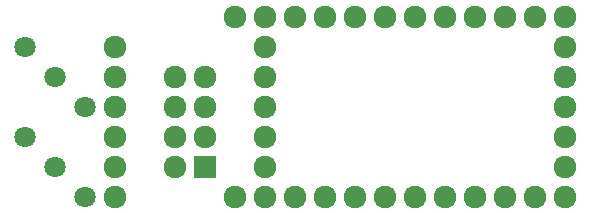
<source format=gbs>
G04 (created by PCBNEW (2013-jul-07)-stable) date wo 20 nov 2013 00:02:11 CET*
%MOIN*%
G04 Gerber Fmt 3.4, Leading zero omitted, Abs format*
%FSLAX34Y34*%
G01*
G70*
G90*
G04 APERTURE LIST*
%ADD10C,0.00393701*%
%ADD11C,0.070748*%
%ADD12R,0.075748X0.075748*%
%ADD13C,0.075748*%
G04 APERTURE END LIST*
G54D10*
G54D11*
X9850Y-20450D03*
X9850Y-23450D03*
X10850Y-21450D03*
X10850Y-24450D03*
X11850Y-22450D03*
X11850Y-25450D03*
G54D12*
X15850Y-24450D03*
G54D13*
X14850Y-24450D03*
X15850Y-23450D03*
X14850Y-23450D03*
X15850Y-22450D03*
X14850Y-22450D03*
X15850Y-21450D03*
X14850Y-21450D03*
X12850Y-20450D03*
X12850Y-21450D03*
X12850Y-22450D03*
X12850Y-23450D03*
X12850Y-24450D03*
X12850Y-25450D03*
X17850Y-24450D03*
X17850Y-23450D03*
X17850Y-22450D03*
X17850Y-21450D03*
X17850Y-20450D03*
X27850Y-24450D03*
X27850Y-23450D03*
X27850Y-22450D03*
X27850Y-21450D03*
X27850Y-20450D03*
X16850Y-19450D03*
X17850Y-19450D03*
X18850Y-19450D03*
X19850Y-19450D03*
X20850Y-19450D03*
X21850Y-19450D03*
X22850Y-19450D03*
X23850Y-19450D03*
X24850Y-19450D03*
X25850Y-19450D03*
X26850Y-19450D03*
X27850Y-19450D03*
X16850Y-25450D03*
X17850Y-25450D03*
X18850Y-25450D03*
X19850Y-25450D03*
X20850Y-25450D03*
X21850Y-25450D03*
X22850Y-25450D03*
X23850Y-25450D03*
X24850Y-25450D03*
X25850Y-25450D03*
X26850Y-25450D03*
X27850Y-25450D03*
M02*

</source>
